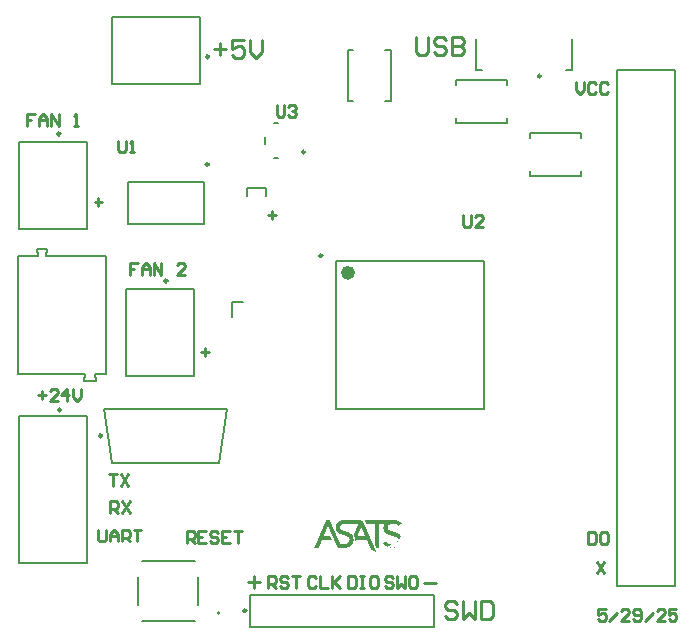
<source format=gbr>
%TF.GenerationSoftware,Altium Limited,Altium Designer,25.5.2 (35)*%
G04 Layer_Color=65535*
%FSLAX45Y45*%
%MOMM*%
%TF.SameCoordinates,B6F2B0AA-6BD2-4F7B-97A5-C3F0DAB7D88F*%
%TF.FilePolarity,Positive*%
%TF.FileFunction,Legend,Top*%
%TF.Part,Single*%
G01*
G75*
%TA.AperFunction,NonConductor*%
%ADD48C,0.60000*%
%ADD49C,0.25000*%
%ADD50C,0.20000*%
%ADD51C,0.12700*%
%ADD52C,0.25400*%
G36*
X9208984Y6475117D02*
X9219141D01*
Y6474102D01*
X9224219D01*
Y6473086D01*
X9228281D01*
Y6472070D01*
X9231328D01*
Y6471055D01*
X9233359D01*
Y6470039D01*
X9236406D01*
Y6469023D01*
X9238437D01*
Y6468008D01*
X9240469D01*
Y6466992D01*
X9242500D01*
Y6465976D01*
X9244531D01*
Y6464961D01*
X9245547D01*
Y6463945D01*
X9247578D01*
Y6462930D01*
X9248594D01*
Y6461914D01*
X9250625D01*
Y6460898D01*
X9251641D01*
Y6459883D01*
X9252656D01*
Y6458867D01*
X9254687D01*
Y6457851D01*
X9255703D01*
Y6456836D01*
X9256719D01*
Y6455820D01*
X9257734D01*
Y6454805D01*
X9258750D01*
Y6453789D01*
X9259766D01*
Y6452773D01*
X9260781D01*
Y6451758D01*
X9261797D01*
Y6450742D01*
X9262813D01*
Y6448711D01*
X9263828D01*
Y6447695D01*
X9264844D01*
Y6446680D01*
X9263828D01*
Y6445664D01*
X9262813D01*
Y6444648D01*
X9260781D01*
Y6443633D01*
X9259766D01*
Y6442617D01*
X9258750D01*
Y6441602D01*
X9257734D01*
Y6440586D01*
X9255703D01*
Y6439570D01*
X9254687D01*
Y6438555D01*
X9253672D01*
Y6437539D01*
X9251641D01*
Y6436523D01*
X9250625D01*
Y6435508D01*
X9249609D01*
Y6434492D01*
X9248594D01*
Y6433477D01*
X9246562D01*
Y6432461D01*
X9245547D01*
Y6431445D01*
X9244531D01*
Y6430430D01*
X9242500D01*
Y6429414D01*
X9241484D01*
Y6428398D01*
X9240469D01*
Y6427383D01*
X9238437D01*
Y6428398D01*
X9237422D01*
Y6429414D01*
X9236406D01*
Y6430430D01*
X9235390D01*
Y6431445D01*
X9234375D01*
Y6432461D01*
X9233359D01*
Y6433477D01*
X9232344D01*
Y6434492D01*
X9231328D01*
Y6435508D01*
X9229297D01*
Y6436523D01*
X9228281D01*
Y6437539D01*
X9226250D01*
Y6438555D01*
X9224219D01*
Y6439570D01*
X9221172D01*
Y6440586D01*
X9218125D01*
Y6441602D01*
X9213047D01*
Y6442617D01*
X9174453D01*
Y6441602D01*
X9169375D01*
Y6440586D01*
X9166328D01*
Y6439570D01*
X9164297D01*
Y6438555D01*
X9162266D01*
Y6437539D01*
X9160234D01*
Y6436523D01*
X9159219D01*
Y6435508D01*
X9158203D01*
Y6434492D01*
X9157187D01*
Y6433477D01*
X9156172D01*
Y6432461D01*
X9155156D01*
Y6431445D01*
X9154141D01*
Y6430430D01*
X9153125D01*
Y6428398D01*
X9152109D01*
Y6427383D01*
X9151094D01*
Y6424336D01*
X9150078D01*
Y6422305D01*
X9149062D01*
Y6418242D01*
X9148047D01*
Y6404024D01*
X9149062D01*
Y6400977D01*
X9150078D01*
Y6398945D01*
X9151094D01*
Y6397930D01*
X9152109D01*
Y6395898D01*
X9153125D01*
Y6394883D01*
X9154141D01*
Y6393867D01*
X9156172D01*
Y6392852D01*
X9157187D01*
Y6391836D01*
X9158203D01*
Y6390820D01*
X9160234D01*
Y6389805D01*
X9162266D01*
Y6388789D01*
X9164297D01*
Y6387773D01*
X9167344D01*
Y6386758D01*
X9170391D01*
Y6385742D01*
X9173438D01*
Y6384727D01*
X9176484D01*
Y6383711D01*
X9179531D01*
Y6382695D01*
X9182578D01*
Y6381680D01*
X9185625D01*
Y6380664D01*
X9188672D01*
Y6379648D01*
X9192734D01*
Y6378633D01*
X9195781D01*
Y6377617D01*
X9198828D01*
Y6376601D01*
X9201875D01*
Y6375586D01*
X9204922D01*
Y6374570D01*
X9207969D01*
Y6373555D01*
X9211016D01*
Y6372539D01*
X9214063D01*
Y6371523D01*
X9217109D01*
Y6370508D01*
X9220156D01*
Y6369492D01*
X9223203D01*
Y6368476D01*
X9225234D01*
Y6367461D01*
X9228281D01*
Y6366445D01*
X9231328D01*
Y6365430D01*
X9233359D01*
Y6364414D01*
X9235390D01*
Y6363398D01*
X9237422D01*
Y6362383D01*
X9239453D01*
Y6361367D01*
X9241484D01*
Y6360352D01*
X9242500D01*
Y6359336D01*
X9244531D01*
Y6358320D01*
X9246562D01*
Y6357305D01*
X9247578D01*
Y6356289D01*
X9248594D01*
Y6355273D01*
X9249609D01*
Y6354258D01*
X9251641D01*
Y6353242D01*
X9252656D01*
Y6352227D01*
X9253672D01*
Y6351211D01*
X9254687D01*
Y6350195D01*
X9255703D01*
Y6348164D01*
X9256719D01*
Y6347148D01*
D01*
D01*
X9257734D01*
Y6346133D01*
X9258750D01*
Y6345117D01*
X9259766D01*
Y6343086D01*
X9260781D01*
Y6342070D01*
X9261797D01*
Y6340039D01*
X9262813D01*
Y6338008D01*
X9263828D01*
Y6335976D01*
X9264844D01*
Y6332930D01*
X9265859D01*
Y6329883D01*
X9266875D01*
Y6326836D01*
X9267891D01*
Y6320742D01*
X9268906D01*
Y6304492D01*
X9267891D01*
Y6298398D01*
X9266875D01*
Y6293320D01*
X9265859D01*
Y6290273D01*
X9264844D01*
Y6287226D01*
X9263828D01*
Y6285195D01*
X9262813D01*
Y6288242D01*
X9263828D01*
Y6291289D01*
X9264844D01*
Y6294336D01*
X9265859D01*
Y6299414D01*
X9266875D01*
Y6305508D01*
X9267891D01*
Y6318711D01*
X9266875D01*
Y6324805D01*
X9265859D01*
Y6328867D01*
X9264844D01*
Y6331914D01*
X9263828D01*
Y6329883D01*
X9261797D01*
Y6330898D01*
X9262813D01*
Y6331914D01*
X9261797D01*
Y6332930D01*
X9260781D01*
Y6333945D01*
X9262813D01*
Y6332930D01*
X9263828D01*
Y6334961D01*
X9262813D01*
Y6336992D01*
X9261797D01*
Y6339023D01*
X9260781D01*
Y6336992D01*
X9261797D01*
Y6334961D01*
X9259766D01*
Y6332930D01*
X9257734D01*
Y6331914D01*
X9254687D01*
Y6330898D01*
X9253672D01*
Y6329883D01*
X9252656D01*
Y6330898D01*
X9251641D01*
Y6329883D01*
X9252656D01*
Y6328867D01*
X9255703D01*
Y6326836D01*
X9256719D01*
Y6325820D01*
X9255703D01*
Y6326836D01*
X9253672D01*
Y6325820D01*
X9252656D01*
Y6326836D01*
X9251641D01*
Y6327851D01*
X9249609D01*
Y6324805D01*
X9248594D01*
Y6323789D01*
X9247578D01*
Y6322773D01*
X9246562D01*
Y6321758D01*
X9243516D01*
Y6316680D01*
X9242500D01*
Y6317695D01*
X9241484D01*
Y6316680D01*
X9242500D01*
Y6314648D01*
X9241484D01*
Y6315664D01*
X9240469D01*
Y6314648D01*
X9239453D01*
Y6315664D01*
X9238437D01*
Y6314648D01*
X9239453D01*
Y6313633D01*
X9238437D01*
Y6314648D01*
X9237422D01*
Y6313633D01*
X9238437D01*
Y6310586D01*
X9237422D01*
Y6308555D01*
X9236406D01*
Y6315664D01*
X9235390D01*
Y6318711D01*
X9234375D01*
Y6315664D01*
X9235390D01*
Y6304492D01*
X9237422D01*
Y6305508D01*
X9236406D01*
Y6307539D01*
X9237422D01*
Y6306523D01*
X9238437D01*
Y6303477D01*
X9236406D01*
Y6301445D01*
X9235390D01*
Y6304492D01*
X9234375D01*
Y6300430D01*
X9233359D01*
Y6297383D01*
X9232344D01*
Y6295351D01*
X9231328D01*
Y6293320D01*
X9230313D01*
Y6292305D01*
X9229297D01*
Y6294336D01*
X9230313D01*
Y6296367D01*
X9231328D01*
Y6298398D01*
X9232344D01*
Y6301445D01*
X9233359D01*
Y6307539D01*
X9234375D01*
Y6313633D01*
X9233359D01*
Y6317695D01*
X9232344D01*
Y6320742D01*
X9231328D01*
Y6322773D01*
X9230313D01*
Y6323789D01*
X9229297D01*
Y6325820D01*
X9228281D01*
Y6326836D01*
X9227266D01*
Y6327851D01*
X9225234D01*
Y6328867D01*
X9224219D01*
Y6329883D01*
X9222188D01*
Y6330898D01*
X9221172D01*
Y6331914D01*
X9218125D01*
Y6332930D01*
X9216094D01*
Y6333945D01*
X9213047D01*
Y6334961D01*
X9210000D01*
Y6335976D01*
X9206953D01*
Y6336992D01*
X9203906D01*
Y6338008D01*
X9200859D01*
Y6339023D01*
X9197812D01*
Y6340039D01*
X9194766D01*
Y6341055D01*
X9191719D01*
Y6342070D01*
X9188672D01*
Y6343086D01*
X9185625D01*
Y6344102D01*
X9182578D01*
Y6345117D01*
X9179531D01*
Y6346133D01*
X9175469D01*
Y6347148D01*
X9172422D01*
Y6348164D01*
X9169375D01*
Y6349180D01*
X9167344D01*
Y6350195D01*
X9164297D01*
Y6351211D01*
X9161250D01*
Y6352227D01*
X9158203D01*
Y6353242D01*
X9156172D01*
Y6354258D01*
X9153125D01*
Y6355273D01*
X9151094D01*
Y6356289D01*
X9148047D01*
Y6357305D01*
X9146015D01*
Y6358320D01*
X9143984D01*
Y6359336D01*
X9141953D01*
Y6360352D01*
X9140938D01*
Y6361367D01*
X9138906D01*
Y6362383D01*
X9136875D01*
Y6363398D01*
X9135859D01*
Y6364414D01*
X9133828D01*
Y6365430D01*
X9132813D01*
Y6366445D01*
X9130781D01*
Y6367461D01*
X9129766D01*
Y6368476D01*
X9128750D01*
Y6369492D01*
X9127734D01*
Y6370508D01*
X9126719D01*
Y6371523D01*
X9125703D01*
Y6372539D01*
X9124687D01*
Y6373555D01*
X9123672D01*
Y6374570D01*
X9122656D01*
Y6375586D01*
X9121641D01*
Y6377617D01*
X9120625D01*
Y6378633D01*
X9119609D01*
Y6380664D01*
X9118594D01*
Y6381680D01*
X9117578D01*
Y6383711D01*
X9116562D01*
Y6385742D01*
X9115547D01*
Y6388789D01*
X9114531D01*
Y6390820D01*
X9113516D01*
Y6394883D01*
X9112500D01*
Y6400977D01*
X9111484D01*
Y6417226D01*
X9112500D01*
Y6423320D01*
X9113516D01*
Y6428398D01*
X9114531D01*
Y6431445D01*
X9115547D01*
Y6434492D01*
X9116562D01*
Y6437539D01*
X9117578D01*
Y6439570D01*
X9118594D01*
Y6441602D01*
X9071875D01*
Y6242539D01*
X9049531D01*
Y6245586D01*
X9048516D01*
Y6247617D01*
X9047500D01*
Y6249648D01*
X9046484D01*
Y6251680D01*
X9045469D01*
Y6253711D01*
X9044453D01*
Y6255742D01*
X9043438D01*
Y6257773D01*
X9042422D01*
Y6260820D01*
X9041406D01*
Y6262852D01*
X9040391D01*
Y6265898D01*
X9039375D01*
Y6269961D01*
X9038359D01*
Y6275039D01*
X9037344D01*
Y6303477D01*
Y6304492D01*
Y6441602D01*
X8967266D01*
Y6443633D01*
X8966250D01*
Y6445664D01*
X8965234D01*
Y6447695D01*
X8964219D01*
Y6449726D01*
X8963203D01*
Y6451758D01*
X8962188D01*
Y6453789D01*
X8961172D01*
Y6455820D01*
X8960156D01*
Y6457851D01*
X8959141D01*
Y6459883D01*
X8958125D01*
Y6462930D01*
X8957109D01*
Y6464961D01*
X8956094D01*
Y6466992D01*
X8955078D01*
Y6469023D01*
X8954063D01*
Y6470039D01*
X8953047D01*
Y6472070D01*
X8952031D01*
Y6474102D01*
X8951016D01*
Y6475117D01*
X8950000D01*
Y6476133D01*
X9208984D01*
Y6475117D01*
D02*
G37*
G36*
X9260781Y6330898D02*
X9258750D01*
Y6331914D01*
X9260781D01*
Y6330898D01*
D02*
G37*
G36*
X9256719Y6329883D02*
X9255703D01*
Y6330898D01*
X9256719D01*
Y6329883D01*
D02*
G37*
G36*
X9264844Y6327851D02*
Y6326836D01*
X9262813D01*
Y6327851D01*
X9263828D01*
Y6328867D01*
X9264844D01*
Y6327851D01*
D02*
G37*
G36*
X9251641Y6325820D02*
Y6324805D01*
Y6322773D01*
X9250625D01*
Y6326836D01*
X9251641D01*
Y6325820D01*
D02*
G37*
G36*
X9265859Y6321758D02*
X9264844D01*
Y6322773D01*
X9265859D01*
Y6321758D01*
D02*
G37*
G36*
X9250625D02*
X9249609D01*
Y6322773D01*
X9250625D01*
Y6321758D01*
D02*
G37*
G36*
X9249609Y6320742D02*
X9248594D01*
Y6321758D01*
X9249609D01*
Y6320742D01*
D02*
G37*
G36*
X9247578Y6319727D02*
X9246562D01*
Y6318711D01*
X9245547D01*
Y6319727D01*
X9244531D01*
Y6320742D01*
X9247578D01*
Y6319727D01*
D02*
G37*
G36*
X9249609Y6317695D02*
X9248594D01*
Y6318711D01*
X9249609D01*
Y6317695D01*
D02*
G37*
G36*
X9247578Y6316680D02*
X9246562D01*
Y6317695D01*
X9247578D01*
Y6316680D01*
D02*
G37*
G36*
X9240469Y6307539D02*
X9239453D01*
Y6308555D01*
X9240469D01*
Y6307539D01*
D02*
G37*
G36*
X9229297Y6290273D02*
X9228281D01*
Y6289258D01*
X9227266D01*
Y6288242D01*
X9226250D01*
Y6290273D01*
X9227266D01*
Y6291289D01*
X9228281D01*
Y6292305D01*
X9229297D01*
Y6290273D01*
D02*
G37*
G36*
X9226250Y6287226D02*
X9225234D01*
Y6288242D01*
X9226250D01*
Y6287226D01*
D02*
G37*
G36*
X9225234Y6286211D02*
X9224219D01*
Y6287226D01*
X9225234D01*
Y6286211D01*
D02*
G37*
G36*
X9262813Y6283164D02*
X9261797D01*
Y6285195D01*
X9262813D01*
Y6283164D01*
D02*
G37*
G36*
X9261797Y6281133D02*
X9260781D01*
Y6283164D01*
X9261797D01*
Y6281133D01*
D02*
G37*
G36*
X9224219Y6285195D02*
X9223203D01*
Y6284180D01*
X9222188D01*
Y6283164D01*
X9221172D01*
Y6282148D01*
X9219141D01*
Y6281133D01*
X9220156D01*
Y6280117D01*
X9219141D01*
Y6281133D01*
X9217109D01*
Y6282148D01*
X9218125D01*
Y6283164D01*
X9220156D01*
Y6284180D01*
X9221172D01*
Y6285195D01*
X9222188D01*
Y6286211D01*
X9224219D01*
Y6285195D01*
D02*
G37*
G36*
X9217109Y6280117D02*
X9215078D01*
Y6281133D01*
X9217109D01*
Y6280117D01*
D02*
G37*
G36*
X9260781Y6279101D02*
X9259766D01*
Y6281133D01*
X9260781D01*
Y6279101D01*
D02*
G37*
G36*
X9215078D02*
X9213047D01*
Y6280117D01*
X9215078D01*
Y6279101D01*
D02*
G37*
G36*
X8915469Y6475117D02*
X8920547D01*
Y6474102D01*
X8923594D01*
Y6473086D01*
X8925625D01*
Y6472070D01*
X8927656D01*
Y6471055D01*
X8928672D01*
Y6470039D01*
X8930703D01*
Y6469023D01*
X8931719D01*
Y6468008D01*
X8932734D01*
Y6466992D01*
X8933750D01*
Y6465976D01*
X8934766D01*
Y6464961D01*
X8935781D01*
Y6463945D01*
X8936797D01*
Y6462930D01*
X8937812D01*
Y6461914D01*
X8938828D01*
Y6460898D01*
X8939844D01*
Y6458867D01*
X8940859D01*
Y6456836D01*
X8941875D01*
Y6454805D01*
X8942891D01*
Y6452773D01*
X8943906D01*
Y6450742D01*
X8944922D01*
Y6447695D01*
X8945937D01*
Y6445664D01*
X8946953D01*
Y6443633D01*
X8947969D01*
Y6441602D01*
X8948984D01*
Y6438555D01*
X8950000D01*
Y6436523D01*
X8951016D01*
Y6434492D01*
X8952031D01*
Y6432461D01*
X8953047D01*
Y6429414D01*
X8954063D01*
Y6427383D01*
X8955078D01*
Y6425351D01*
X8956094D01*
Y6422305D01*
X8957109D01*
Y6420273D01*
X8958125D01*
Y6418242D01*
X8959141D01*
Y6416211D01*
X8960156D01*
Y6413164D01*
X8961172D01*
Y6411133D01*
X8962188D01*
Y6409101D01*
X8963203D01*
Y6407070D01*
X8964219D01*
Y6404024D01*
X8965234D01*
Y6401992D01*
X8966250D01*
Y6399961D01*
X8967266D01*
Y6397930D01*
X8968281D01*
Y6394883D01*
X8969297D01*
Y6392852D01*
X8970313D01*
Y6390820D01*
X8971328D01*
Y6388789D01*
X8972344D01*
Y6385742D01*
X8973359D01*
Y6383711D01*
X8974375D01*
Y6381680D01*
X8975390D01*
Y6379648D01*
X8976406D01*
Y6376601D01*
X8977422D01*
Y6374570D01*
X8978437D01*
Y6372539D01*
X8979453D01*
Y6370508D01*
X8980469D01*
Y6367461D01*
X8981484D01*
Y6365430D01*
X8982500D01*
Y6363398D01*
X8983516D01*
Y6360352D01*
X8984531D01*
Y6358320D01*
X8985547D01*
Y6356289D01*
X8986562D01*
Y6354258D01*
X8987578D01*
Y6352227D01*
X8988594D01*
Y6349180D01*
X8989609D01*
Y6347148D01*
X8990625D01*
Y6345117D01*
X8991641D01*
Y6342070D01*
X8992656D01*
Y6340039D01*
X8993672D01*
Y6338008D01*
X8994687D01*
Y6335976D01*
X8995703D01*
Y6332930D01*
X8996719D01*
Y6330898D01*
X8997734D01*
Y6328867D01*
X8998750D01*
Y6326836D01*
X8999766D01*
Y6323789D01*
X9000781D01*
Y6321758D01*
X9001797D01*
Y6319727D01*
X9002813D01*
Y6317695D01*
X9003828D01*
Y6314648D01*
X9004844D01*
Y6312617D01*
X9005859D01*
Y6310586D01*
X9006875D01*
Y6308555D01*
X9007891D01*
Y6305508D01*
X9008906D01*
Y6303477D01*
X9009922D01*
Y6301445D01*
X9010938D01*
Y6299414D01*
X9011953D01*
Y6296367D01*
X9012969D01*
Y6294336D01*
X9013984D01*
Y6292305D01*
X9015000D01*
Y6289258D01*
X9016015D01*
Y6287226D01*
X9017031D01*
Y6285195D01*
X9018047D01*
Y6283164D01*
X9019062D01*
Y6280117D01*
X9020078D01*
Y6278086D01*
X9021094D01*
Y6276055D01*
X9022109D01*
Y6274024D01*
X9023125D01*
Y6270977D01*
X9024141D01*
Y6268945D01*
X9025156D01*
Y6266914D01*
X9026172D01*
Y6263867D01*
X9027187D01*
Y6261836D01*
X9028203D01*
Y6259805D01*
X9029219D01*
Y6257773D01*
X9030234D01*
Y6254727D01*
X9031250D01*
Y6252695D01*
X9032266D01*
Y6250664D01*
X9033281D01*
Y6248633D01*
X9034297D01*
Y6245586D01*
X9035312D01*
Y6243555D01*
X9036328D01*
Y6241523D01*
X9037344D01*
Y6238476D01*
X9038359D01*
Y6236445D01*
X9039375D01*
Y6234414D01*
X9040391D01*
Y6232383D01*
X9041406D01*
Y6229336D01*
X9042422D01*
Y6227305D01*
X9043438D01*
Y6225273D01*
X9044453D01*
Y6223242D01*
X9045469D01*
Y6220195D01*
X9046484D01*
Y6218164D01*
X9047500D01*
Y6216133D01*
X9048516D01*
Y6214102D01*
X9049531D01*
Y6211055D01*
X9050547D01*
Y6209023D01*
X9051563D01*
Y6206992D01*
X9048516D01*
Y6208008D01*
X9044453D01*
Y6209023D01*
X9041406D01*
Y6210039D01*
X9038359D01*
Y6211055D01*
X9035312D01*
Y6212070D01*
X9033281D01*
Y6213086D01*
X9030234D01*
Y6214102D01*
X9028203D01*
Y6215117D01*
X9026172D01*
Y6216133D01*
X9024141D01*
Y6217148D01*
X9023125D01*
Y6218164D01*
X9021094D01*
Y6219180D01*
X9020078D01*
Y6220195D01*
X9018047D01*
Y6221211D01*
X9017031D01*
Y6222227D01*
X9015000D01*
Y6223242D01*
X9013984D01*
Y6224258D01*
X9012969D01*
Y6225273D01*
X9011953D01*
Y6226289D01*
X9010938D01*
Y6227305D01*
X9009922D01*
Y6228320D01*
X9008906D01*
Y6229336D01*
X9007891D01*
Y6231367D01*
X9006875D01*
Y6232383D01*
X9005859D01*
Y6234414D01*
X9004844D01*
Y6235430D01*
X9003828D01*
Y6237461D01*
X9002813D01*
Y6239492D01*
X9001797D01*
Y6242539D01*
X9000781D01*
Y6244570D01*
X8999766D01*
Y6246601D01*
X8998750D01*
Y6248633D01*
X8997734D01*
Y6251680D01*
X8996719D01*
Y6253711D01*
X8995703D01*
Y6255742D01*
X8994687D01*
Y6257773D01*
X8993672D01*
Y6260820D01*
X8992656D01*
Y6262852D01*
X8991641D01*
Y6264883D01*
X8990625D01*
Y6266914D01*
X8989609D01*
Y6269961D01*
X8988594D01*
Y6271992D01*
X8987578D01*
Y6274024D01*
X8986562D01*
Y6276055D01*
X8985547D01*
Y6278086D01*
X8984531D01*
Y6281133D01*
X8983516D01*
Y6283164D01*
X8982500D01*
Y6285195D01*
X8981484D01*
Y6287226D01*
X8980469D01*
Y6290273D01*
X8979453D01*
Y6292305D01*
X8978437D01*
Y6294336D01*
X8977422D01*
Y6296367D01*
X8976406D01*
Y6299414D01*
X8975390D01*
Y6301445D01*
X8974375D01*
Y6303477D01*
X8973359D01*
Y6305508D01*
X8972344D01*
Y6308555D01*
X8877891D01*
Y6306523D01*
X8876875D01*
Y6305508D01*
X8875859D01*
Y6303477D01*
X8874844D01*
Y6302461D01*
X8873828D01*
Y6300430D01*
X8872813D01*
Y6299414D01*
X8871797D01*
Y6297383D01*
X8870781D01*
Y6296367D01*
X8869766D01*
Y6294336D01*
X8868750D01*
Y6292305D01*
X8867734D01*
Y6297383D01*
X8868750D01*
Y6318711D01*
X8867734D01*
Y6325820D01*
X8866719D01*
Y6329883D01*
X8865703D01*
Y6333945D01*
X8864687D01*
Y6336992D01*
X8863672D01*
Y6340039D01*
X8862656D01*
Y6342070D01*
X8861641D01*
Y6345117D01*
X8860625D01*
Y6347148D01*
X8859609D01*
Y6349180D01*
X8858594D01*
Y6351211D01*
X8859609D01*
Y6354258D01*
X8860625D01*
Y6356289D01*
X8861641D01*
Y6358320D01*
X8862656D01*
Y6361367D01*
X8863672D01*
Y6363398D01*
X8864687D01*
Y6365430D01*
X8865703D01*
Y6368476D01*
X8866719D01*
Y6370508D01*
X8867734D01*
Y6372539D01*
X8868750D01*
Y6375586D01*
X8869766D01*
Y6377617D01*
X8870781D01*
Y6379648D01*
X8871797D01*
Y6382695D01*
X8872813D01*
Y6384727D01*
X8873828D01*
Y6386758D01*
X8874844D01*
Y6389805D01*
X8875859D01*
Y6391836D01*
X8876875D01*
Y6393867D01*
X8877891D01*
Y6396914D01*
X8878906D01*
Y6398945D01*
X8879922D01*
Y6400977D01*
X8880938D01*
Y6404024D01*
X8881953D01*
Y6406055D01*
X8882969D01*
Y6408086D01*
X8883984D01*
Y6411133D01*
X8885000D01*
Y6413164D01*
X8886016D01*
Y6415195D01*
X8887031D01*
Y6418242D01*
X8888047D01*
Y6420273D01*
X8889062D01*
Y6422305D01*
X8890078D01*
Y6425351D01*
X8891094D01*
Y6427383D01*
X8892109D01*
Y6429414D01*
X8893125D01*
Y6432461D01*
X8894141D01*
Y6434492D01*
X8895156D01*
Y6436523D01*
X8896172D01*
Y6440586D01*
X8895156D01*
Y6441602D01*
X8767187D01*
Y6440586D01*
X8762109D01*
Y6439570D01*
X8759062D01*
Y6438555D01*
X8757031D01*
Y6437539D01*
X8755000D01*
Y6436523D01*
X8752969D01*
Y6435508D01*
X8751953D01*
Y6434492D01*
X8750938D01*
Y6433477D01*
X8749922D01*
Y6432461D01*
X8748906D01*
Y6431445D01*
X8747891D01*
Y6430430D01*
X8746875D01*
Y6429414D01*
X8745859D01*
Y6427383D01*
X8744844D01*
Y6425351D01*
X8743828D01*
Y6423320D01*
X8742813D01*
Y6421289D01*
X8741797D01*
Y6417226D01*
X8740781D01*
Y6412148D01*
X8741797D01*
Y6407070D01*
X8742813D01*
Y6405039D01*
X8743828D01*
Y6403008D01*
X8744844D01*
Y6400977D01*
X8745859D01*
Y6399961D01*
X8746875D01*
Y6398945D01*
X8747891D01*
Y6397930D01*
X8748906D01*
Y6396914D01*
X8749922D01*
Y6395898D01*
X8750938D01*
Y6394883D01*
X8752969D01*
Y6393867D01*
X8753984D01*
Y6392852D01*
X8756016D01*
Y6391836D01*
X8759062D01*
Y6390820D01*
X8762109D01*
Y6389805D01*
X8765156D01*
Y6388789D01*
X8768203D01*
Y6387773D01*
X8771250D01*
Y6386758D01*
X8774297D01*
Y6385742D01*
X8777344D01*
Y6384727D01*
X8780391D01*
Y6383711D01*
X8783438D01*
Y6382695D01*
X8786484D01*
Y6381680D01*
X8789531D01*
Y6380664D01*
X8792578D01*
Y6379648D01*
X8795625D01*
Y6378633D01*
X8798672D01*
Y6377617D01*
X8801719D01*
Y6376601D01*
X8803750D01*
Y6375586D01*
X8806797D01*
Y6374570D01*
X8809844D01*
Y6373555D01*
X8811875D01*
Y6372539D01*
X8814922D01*
Y6371523D01*
X8816953D01*
Y6370508D01*
X8820000D01*
Y6369492D01*
X8822031D01*
Y6368476D01*
X8824063D01*
Y6367461D01*
X8826094D01*
Y6366445D01*
X8828125D01*
Y6365430D01*
X8829141D01*
Y6364414D01*
X8831172D01*
Y6363398D01*
X8832188D01*
Y6362383D01*
X8834219D01*
Y6361367D01*
X8835234D01*
Y6360352D01*
X8837266D01*
Y6359336D01*
X8838281D01*
Y6358320D01*
X8839297D01*
Y6357305D01*
X8840313D01*
Y6356289D01*
X8841328D01*
Y6355273D01*
X8842344D01*
Y6354258D01*
X8843359D01*
Y6353242D01*
X8844375D01*
Y6351211D01*
X8845390D01*
Y6350195D01*
X8846406D01*
Y6349180D01*
X8847422D01*
Y6347148D01*
X8848437D01*
Y6346133D01*
X8849453D01*
Y6344102D01*
X8850469D01*
Y6342070D01*
X8851484D01*
Y6340039D01*
X8852500D01*
Y6336992D01*
X8853516D01*
Y6333945D01*
X8854531D01*
Y6330898D01*
X8855547D01*
Y6327851D01*
X8856562D01*
Y6322773D01*
X8857578D01*
Y6315664D01*
X8858594D01*
Y6300430D01*
X8857578D01*
Y6294336D01*
X8856562D01*
Y6290273D01*
X8855547D01*
Y6286211D01*
X8854531D01*
Y6284180D01*
X8853516D01*
Y6281133D01*
X8852500D01*
Y6279101D01*
X8851484D01*
Y6277070D01*
X8850469D01*
Y6276055D01*
X8849453D01*
Y6274024D01*
X8848437D01*
Y6271992D01*
X8847422D01*
Y6270977D01*
X8846406D01*
Y6269961D01*
X8845390D01*
Y6267930D01*
X8844375D01*
Y6266914D01*
X8843359D01*
Y6265898D01*
X8842344D01*
Y6264883D01*
X8841328D01*
Y6263867D01*
X8840313D01*
Y6262852D01*
X8839297D01*
Y6261836D01*
X8838281D01*
Y6260820D01*
X8837266D01*
Y6259805D01*
X8836250D01*
Y6258789D01*
X8835234D01*
Y6257773D01*
X8833203D01*
Y6256758D01*
X8832188D01*
Y6255742D01*
X8830156D01*
Y6254727D01*
X8829141D01*
Y6253711D01*
X8827109D01*
Y6252695D01*
X8825078D01*
Y6251680D01*
X8823047D01*
Y6250664D01*
X8821016D01*
Y6249648D01*
X8818984D01*
Y6248633D01*
X8815937D01*
Y6247617D01*
X8813906D01*
Y6246601D01*
X8809844D01*
Y6245586D01*
X8805781D01*
Y6244570D01*
X8800703D01*
Y6243555D01*
X8793594D01*
Y6242539D01*
X8723516D01*
Y6243555D01*
X8722500D01*
Y6244570D01*
X8721484D01*
Y6245586D01*
X8720469D01*
Y6248633D01*
X8719453D01*
Y6250664D01*
X8718437D01*
Y6252695D01*
X8717422D01*
Y6255742D01*
X8716406D01*
Y6257773D01*
X8715390D01*
Y6259805D01*
X8714375D01*
Y6262852D01*
X8713359D01*
Y6264883D01*
X8712344D01*
Y6266914D01*
X8711328D01*
Y6268945D01*
X8710313D01*
Y6271992D01*
X8709297D01*
Y6274024D01*
X8708281D01*
Y6276055D01*
X8707266D01*
Y6279101D01*
X8706250D01*
Y6281133D01*
X8705234D01*
Y6283164D01*
X8704219D01*
Y6285195D01*
X8703203D01*
Y6288242D01*
X8702188D01*
Y6290273D01*
X8701172D01*
Y6292305D01*
X8700156D01*
Y6295351D01*
X8699141D01*
Y6297383D01*
X8698125D01*
Y6299414D01*
X8697109D01*
Y6302461D01*
X8696094D01*
Y6304492D01*
X8695078D01*
Y6306523D01*
X8694063D01*
Y6308555D01*
X8693047D01*
Y6311602D01*
X8692031D01*
Y6313633D01*
X8691016D01*
Y6315664D01*
X8690000D01*
Y6318711D01*
X8688984D01*
Y6320742D01*
X8687969D01*
Y6322773D01*
X8686953D01*
Y6324805D01*
X8685937D01*
Y6327851D01*
X8684922D01*
Y6329883D01*
X8683906D01*
Y6331914D01*
X8682891D01*
Y6334961D01*
X8681875D01*
Y6336992D01*
X8680859D01*
Y6339023D01*
X8679844D01*
Y6342070D01*
X8678828D01*
Y6344102D01*
X8677812D01*
Y6346133D01*
X8676797D01*
Y6348164D01*
X8675781D01*
Y6351211D01*
X8674766D01*
Y6353242D01*
X8673750D01*
Y6355273D01*
X8672734D01*
Y6358320D01*
X8671719D01*
Y6360352D01*
X8670703D01*
Y6362383D01*
X8669688D01*
Y6365430D01*
X8668672D01*
Y6367461D01*
X8667656D01*
Y6369492D01*
X8666641D01*
Y6372539D01*
X8665625D01*
Y6374570D01*
X8664609D01*
Y6376601D01*
X8663594D01*
Y6379648D01*
X8662578D01*
Y6381680D01*
X8661563D01*
Y6383711D01*
X8660547D01*
Y6385742D01*
X8659531D01*
Y6388789D01*
X8658516D01*
Y6390820D01*
X8657500D01*
Y6392852D01*
X8656484D01*
Y6395898D01*
X8655469D01*
Y6397930D01*
X8654453D01*
Y6399961D01*
X8653438D01*
Y6403008D01*
X8652422D01*
Y6405039D01*
X8651406D01*
Y6407070D01*
X8650391D01*
Y6410117D01*
X8649375D01*
Y6412148D01*
X8648359D01*
Y6414180D01*
X8647344D01*
Y6417226D01*
X8646328D01*
Y6419258D01*
X8645312D01*
Y6421289D01*
X8644297D01*
Y6423320D01*
X8643281D01*
Y6426367D01*
X8641250D01*
Y6424336D01*
X8640234D01*
Y6422305D01*
X8639219D01*
Y6419258D01*
X8638203D01*
Y6417226D01*
X8637187D01*
Y6415195D01*
X8636172D01*
Y6412148D01*
X8635156D01*
Y6410117D01*
X8634141D01*
Y6408086D01*
X8633125D01*
Y6405039D01*
X8632109D01*
Y6403008D01*
X8631094D01*
Y6399961D01*
X8630078D01*
Y6397930D01*
X8629062D01*
Y6395898D01*
X8628047D01*
Y6392852D01*
X8627031D01*
Y6390820D01*
X8626016D01*
Y6388789D01*
X8625000D01*
Y6385742D01*
X8623984D01*
Y6383711D01*
X8622969D01*
Y6381680D01*
X8621953D01*
Y6378633D01*
X8620938D01*
Y6376601D01*
X8619922D01*
Y6373555D01*
X8618906D01*
Y6371523D01*
X8617891D01*
Y6369492D01*
X8616875D01*
Y6366445D01*
X8615859D01*
Y6364414D01*
X8614844D01*
Y6362383D01*
X8613828D01*
Y6359336D01*
X8612813D01*
Y6357305D01*
X8611797D01*
Y6354258D01*
X8610781D01*
Y6352227D01*
X8609766D01*
Y6350195D01*
X8608750D01*
Y6347148D01*
X8607734D01*
Y6345117D01*
X8606719D01*
Y6343086D01*
X8605703D01*
Y6342070D01*
X8658516D01*
Y6341055D01*
X8659531D01*
Y6340039D01*
X8660547D01*
Y6338008D01*
X8661563D01*
Y6335976D01*
X8662578D01*
Y6333945D01*
X8663594D01*
Y6330898D01*
X8664609D01*
Y6328867D01*
X8665625D01*
Y6326836D01*
X8666641D01*
Y6323789D01*
X8667656D01*
Y6321758D01*
X8668672D01*
Y6319727D01*
X8669688D01*
Y6317695D01*
X8670703D01*
Y6314648D01*
X8671719D01*
Y6312617D01*
X8672734D01*
Y6310586D01*
X8673750D01*
Y6308555D01*
X8592500D01*
Y6307539D01*
X8591484D01*
Y6304492D01*
X8590469D01*
Y6302461D01*
X8589453D01*
Y6300430D01*
X8588437D01*
Y6297383D01*
X8587422D01*
Y6295351D01*
X8586406D01*
Y6292305D01*
X8585390D01*
Y6290273D01*
X8584375D01*
Y6287226D01*
X8583359D01*
Y6285195D01*
X8582344D01*
Y6283164D01*
X8581328D01*
Y6280117D01*
X8580313D01*
Y6278086D01*
X8579297D01*
Y6276055D01*
X8578281D01*
Y6273008D01*
X8577266D01*
Y6270977D01*
X8576250D01*
Y6268945D01*
X8575234D01*
Y6265898D01*
X8574219D01*
Y6263867D01*
X8573203D01*
Y6260820D01*
X8572188D01*
Y6258789D01*
X8571172D01*
Y6256758D01*
X8570156D01*
Y6253711D01*
X8569141D01*
Y6251680D01*
X8568125D01*
Y6249648D01*
X8567109D01*
Y6246601D01*
X8566094D01*
Y6244570D01*
X8565078D01*
Y6242539D01*
X8527500D01*
Y6244570D01*
X8528516D01*
Y6246601D01*
X8529531D01*
Y6248633D01*
X8530547D01*
Y6251680D01*
X8531563D01*
Y6253711D01*
X8532578D01*
Y6255742D01*
X8533594D01*
Y6258789D01*
X8534609D01*
Y6260820D01*
X8535625D01*
Y6262852D01*
X8536641D01*
Y6265898D01*
X8537656D01*
Y6267930D01*
X8538672D01*
Y6269961D01*
X8539688D01*
Y6273008D01*
X8540703D01*
Y6275039D01*
X8541719D01*
Y6277070D01*
X8542735D01*
Y6280117D01*
X8543750D01*
Y6282148D01*
X8544766D01*
Y6284180D01*
X8545781D01*
Y6287226D01*
X8546797D01*
Y6289258D01*
X8547812D01*
Y6291289D01*
X8548828D01*
Y6294336D01*
X8549844D01*
Y6296367D01*
X8550859D01*
Y6298398D01*
X8551875D01*
Y6301445D01*
X8552891D01*
Y6303477D01*
X8553906D01*
Y6305508D01*
X8554922D01*
Y6308555D01*
X8555937D01*
Y6310586D01*
X8556953D01*
Y6313633D01*
X8557969D01*
Y6315664D01*
X8558984D01*
Y6317695D01*
X8560000D01*
Y6320742D01*
X8561016D01*
Y6322773D01*
X8562031D01*
Y6324805D01*
X8563047D01*
Y6327851D01*
X8564063D01*
Y6329883D01*
X8565078D01*
Y6331914D01*
X8566094D01*
Y6334961D01*
X8567109D01*
Y6336992D01*
X8568125D01*
Y6339023D01*
X8569141D01*
Y6342070D01*
X8570156D01*
Y6344102D01*
X8571172D01*
Y6346133D01*
X8572188D01*
Y6349180D01*
X8573203D01*
Y6351211D01*
X8574219D01*
Y6353242D01*
X8575234D01*
Y6356289D01*
X8576250D01*
Y6358320D01*
X8577266D01*
Y6360352D01*
X8578281D01*
Y6363398D01*
X8579297D01*
Y6365430D01*
X8580313D01*
Y6367461D01*
X8581328D01*
Y6370508D01*
X8582344D01*
Y6372539D01*
X8583359D01*
Y6375586D01*
X8584375D01*
Y6377617D01*
X8585390D01*
Y6379648D01*
X8586406D01*
Y6382695D01*
X8587422D01*
Y6384727D01*
X8588437D01*
Y6386758D01*
X8589453D01*
Y6389805D01*
X8590469D01*
Y6391836D01*
X8591484D01*
Y6393867D01*
X8592500D01*
Y6396914D01*
X8593516D01*
Y6398945D01*
X8594531D01*
Y6400977D01*
X8595547D01*
Y6404024D01*
X8596562D01*
Y6406055D01*
X8597578D01*
Y6408086D01*
X8598594D01*
Y6411133D01*
X8599609D01*
Y6413164D01*
X8600625D01*
Y6415195D01*
X8601641D01*
Y6418242D01*
X8602656D01*
Y6420273D01*
X8603672D01*
Y6422305D01*
X8604687D01*
Y6425351D01*
X8605703D01*
Y6427383D01*
X8606719D01*
Y6430430D01*
X8607734D01*
Y6432461D01*
X8608750D01*
Y6434492D01*
X8609766D01*
Y6437539D01*
X8610781D01*
Y6439570D01*
X8611797D01*
Y6441602D01*
X8612813D01*
Y6444648D01*
X8613828D01*
Y6446680D01*
X8614844D01*
Y6448711D01*
X8615859D01*
Y6451758D01*
X8616875D01*
Y6453789D01*
X8617891D01*
Y6455820D01*
X8618906D01*
Y6458867D01*
X8619922D01*
Y6460898D01*
X8620938D01*
Y6462930D01*
X8621953D01*
Y6465976D01*
X8622969D01*
Y6468008D01*
X8623984D01*
Y6470039D01*
X8625000D01*
Y6473086D01*
X8626016D01*
Y6475117D01*
X8627031D01*
Y6476133D01*
X8651406D01*
Y6475117D01*
X8653438D01*
Y6474102D01*
X8655469D01*
Y6473086D01*
X8656484D01*
Y6472070D01*
X8657500D01*
Y6470039D01*
X8658516D01*
Y6469023D01*
X8659531D01*
Y6466992D01*
X8660547D01*
Y6464961D01*
X8661563D01*
Y6462930D01*
X8662578D01*
Y6459883D01*
X8663594D01*
Y6457851D01*
X8664609D01*
Y6455820D01*
X8665625D01*
Y6452773D01*
X8666641D01*
Y6450742D01*
X8667656D01*
Y6448711D01*
X8668672D01*
Y6446680D01*
X8669688D01*
Y6443633D01*
X8670703D01*
Y6441602D01*
X8671719D01*
Y6439570D01*
X8672734D01*
Y6437539D01*
X8673750D01*
Y6434492D01*
X8674766D01*
Y6432461D01*
X8675781D01*
Y6430430D01*
X8676797D01*
Y6428398D01*
X8677812D01*
Y6425351D01*
X8678828D01*
Y6423320D01*
X8679844D01*
Y6421289D01*
X8680859D01*
Y6419258D01*
X8681875D01*
Y6416211D01*
X8682891D01*
Y6414180D01*
X8683906D01*
Y6412148D01*
X8684922D01*
Y6409101D01*
X8685937D01*
Y6407070D01*
X8686953D01*
Y6405039D01*
X8687969D01*
Y6403008D01*
X8688984D01*
Y6399961D01*
X8690000D01*
Y6397930D01*
X8691016D01*
Y6395898D01*
X8692031D01*
Y6393867D01*
X8693047D01*
Y6390820D01*
X8694063D01*
Y6388789D01*
X8695078D01*
Y6386758D01*
X8696094D01*
Y6384727D01*
X8697109D01*
Y6381680D01*
X8698125D01*
Y6379648D01*
X8699141D01*
Y6377617D01*
X8700156D01*
Y6375586D01*
X8701172D01*
Y6372539D01*
X8702188D01*
Y6370508D01*
X8703203D01*
Y6368476D01*
X8704219D01*
Y6366445D01*
X8705234D01*
Y6363398D01*
X8706250D01*
Y6361367D01*
X8707266D01*
Y6359336D01*
X8708281D01*
Y6356289D01*
X8709297D01*
Y6354258D01*
X8710313D01*
Y6352227D01*
X8711328D01*
Y6350195D01*
X8712344D01*
Y6347148D01*
X8713359D01*
Y6345117D01*
X8714375D01*
Y6343086D01*
X8715390D01*
Y6341055D01*
X8716406D01*
Y6338008D01*
X8717422D01*
Y6335976D01*
X8718437D01*
Y6333945D01*
X8719453D01*
Y6331914D01*
X8720469D01*
Y6328867D01*
X8721484D01*
Y6326836D01*
X8722500D01*
Y6324805D01*
X8723516D01*
Y6322773D01*
X8724531D01*
Y6319727D01*
X8725547D01*
Y6317695D01*
X8726562D01*
Y6315664D01*
X8727578D01*
Y6312617D01*
X8728594D01*
Y6310586D01*
X8729609D01*
Y6308555D01*
X8730625D01*
Y6306523D01*
X8731641D01*
Y6303477D01*
X8732656D01*
Y6301445D01*
X8733672D01*
Y6299414D01*
X8734687D01*
Y6297383D01*
X8735703D01*
Y6294336D01*
X8736719D01*
Y6292305D01*
X8737734D01*
Y6290273D01*
X8738750D01*
Y6288242D01*
X8739766D01*
Y6285195D01*
X8740781D01*
Y6283164D01*
X8741797D01*
Y6281133D01*
X8742813D01*
Y6278086D01*
X8743828D01*
Y6276055D01*
X8794609D01*
Y6277070D01*
X8799688D01*
Y6278086D01*
X8802734D01*
Y6279101D01*
X8805781D01*
Y6280117D01*
X8807812D01*
Y6281133D01*
X8808828D01*
Y6282148D01*
X8810859D01*
Y6283164D01*
X8811875D01*
Y6284180D01*
X8812891D01*
Y6285195D01*
X8813906D01*
Y6286211D01*
X8814922D01*
Y6287226D01*
X8815937D01*
Y6288242D01*
X8816953D01*
Y6289258D01*
X8817969D01*
Y6291289D01*
X8818984D01*
Y6292305D01*
X8820000D01*
Y6294336D01*
X8821016D01*
Y6297383D01*
X8822031D01*
Y6301445D01*
X8823047D01*
Y6308555D01*
X8824063D01*
Y6312617D01*
X8823047D01*
Y6319727D01*
X8822031D01*
Y6322773D01*
X8821016D01*
Y6324805D01*
X8820000D01*
Y6326836D01*
X8818984D01*
Y6327851D01*
X8817969D01*
Y6329883D01*
X8816953D01*
Y6330898D01*
X8815937D01*
Y6331914D01*
X8814922D01*
Y6332930D01*
X8812891D01*
Y6333945D01*
X8811875D01*
Y6334961D01*
X8809844D01*
Y6335976D01*
X8807812D01*
Y6336992D01*
X8805781D01*
Y6338008D01*
X8803750D01*
Y6339023D01*
X8801719D01*
Y6340039D01*
X8798672D01*
Y6341055D01*
X8795625D01*
Y6342070D01*
X8793594D01*
Y6343086D01*
X8790547D01*
Y6344102D01*
X8787500D01*
Y6345117D01*
X8784453D01*
Y6346133D01*
X8781406D01*
Y6347148D01*
X8778359D01*
Y6348164D01*
X8776328D01*
Y6349180D01*
X8773281D01*
Y6350195D01*
X8770234D01*
Y6351211D01*
X8766172D01*
Y6352227D01*
X8763125D01*
Y6353242D01*
X8761094D01*
Y6354258D01*
X8758047D01*
Y6355273D01*
X8755000D01*
Y6356289D01*
X8751953D01*
Y6357305D01*
X8748906D01*
Y6358320D01*
X8746875D01*
Y6359336D01*
X8743828D01*
Y6360352D01*
X8741797D01*
Y6361367D01*
X8739766D01*
Y6362383D01*
X8737734D01*
Y6363398D01*
X8735703D01*
Y6364414D01*
X8733672D01*
Y6365430D01*
X8731641D01*
Y6366445D01*
X8730625D01*
Y6367461D01*
X8728594D01*
Y6368476D01*
X8727578D01*
Y6369492D01*
X8726562D01*
Y6370508D01*
X8724531D01*
Y6371523D01*
X8723516D01*
Y6372539D01*
X8722500D01*
Y6373555D01*
X8721484D01*
Y6374570D01*
X8720469D01*
Y6375586D01*
X8719453D01*
Y6376601D01*
X8718437D01*
Y6377617D01*
X8717422D01*
Y6378633D01*
X8716406D01*
Y6379648D01*
X8715390D01*
Y6381680D01*
X8714375D01*
Y6382695D01*
X8713359D01*
Y6384727D01*
X8712344D01*
Y6386758D01*
X8711328D01*
Y6388789D01*
X8710313D01*
Y6390820D01*
X8709297D01*
Y6393867D01*
X8708281D01*
Y6397930D01*
X8707266D01*
Y6401992D01*
X8706250D01*
Y6425351D01*
X8707266D01*
Y6429414D01*
X8708281D01*
Y6433477D01*
X8709297D01*
Y6435508D01*
X8710313D01*
Y6438555D01*
X8711328D01*
Y6440586D01*
X8712344D01*
Y6442617D01*
X8713359D01*
Y6444648D01*
X8714375D01*
Y6445664D01*
X8715390D01*
Y6447695D01*
X8716406D01*
Y6448711D01*
X8717422D01*
Y6450742D01*
X8718437D01*
Y6451758D01*
X8719453D01*
Y6452773D01*
X8720469D01*
Y6453789D01*
X8721484D01*
Y6454805D01*
X8722500D01*
Y6455820D01*
X8723516D01*
Y6457851D01*
X8725547D01*
Y6458867D01*
X8726562D01*
Y6459883D01*
X8727578D01*
Y6460898D01*
X8728594D01*
Y6461914D01*
X8729609D01*
Y6462930D01*
X8731641D01*
Y6463945D01*
X8732656D01*
Y6464961D01*
X8734687D01*
Y6465976D01*
X8735703D01*
Y6466992D01*
X8737734D01*
Y6468008D01*
X8739766D01*
Y6469023D01*
X8741797D01*
Y6470039D01*
X8743828D01*
Y6471055D01*
X8745859D01*
Y6472070D01*
X8748906D01*
Y6473086D01*
X8751953D01*
Y6474102D01*
X8756016D01*
Y6475117D01*
X8763125D01*
Y6476133D01*
X8915469D01*
Y6475117D01*
D02*
G37*
G36*
X9259766Y6277070D02*
X9258750D01*
Y6275039D01*
X9257734D01*
Y6274024D01*
X9256719D01*
Y6276055D01*
X9257734D01*
Y6278086D01*
X9258750D01*
Y6279101D01*
X9259766D01*
Y6277070D01*
D02*
G37*
G36*
X9210000Y6274024D02*
X9208984D01*
Y6275039D01*
X9210000D01*
Y6274024D01*
D02*
G37*
G36*
X9256719Y6273008D02*
X9255703D01*
Y6274024D01*
X9256719D01*
Y6273008D01*
D02*
G37*
G36*
X9131797Y6294336D02*
X9133828D01*
Y6293320D01*
X9134844D01*
Y6292305D01*
X9135859D01*
Y6291289D01*
X9136875D01*
Y6290273D01*
X9138906D01*
Y6289258D01*
X9139922D01*
Y6288242D01*
X9140938D01*
Y6287226D01*
X9142969D01*
Y6286211D01*
X9143984D01*
Y6285195D01*
X9146015D01*
Y6284180D01*
X9148047D01*
Y6283164D01*
X9150078D01*
Y6282148D01*
X9152109D01*
Y6281133D01*
X9154141D01*
Y6280117D01*
X9157187D01*
Y6279101D01*
X9160234D01*
Y6278086D01*
X9163281D01*
Y6277070D01*
X9167344D01*
Y6276055D01*
X9172422D01*
Y6275039D01*
X9197812D01*
Y6276055D01*
X9203906D01*
Y6277070D01*
X9206953D01*
Y6278086D01*
X9210000D01*
Y6279101D01*
X9213047D01*
Y6278086D01*
X9211016D01*
Y6277070D01*
X9207969D01*
Y6276055D01*
X9204922D01*
Y6275039D01*
X9199844D01*
Y6274024D01*
X9191719D01*
Y6273008D01*
X9177500D01*
Y6274024D01*
X9170391D01*
Y6275039D01*
X9165312D01*
Y6276055D01*
X9162266D01*
Y6275039D01*
X9165312D01*
Y6274024D01*
X9170391D01*
Y6273008D01*
X9177500D01*
Y6271992D01*
X9176484D01*
Y6269961D01*
X9175469D01*
Y6268945D01*
X9176484D01*
Y6267930D01*
X9177500D01*
Y6265898D01*
X9175469D01*
Y6266914D01*
X9174453D01*
Y6269961D01*
X9173438D01*
Y6270977D01*
X9175469D01*
Y6271992D01*
X9172422D01*
Y6268945D01*
X9173438D01*
Y6267930D01*
X9171406D01*
Y6266914D01*
X9174453D01*
Y6265898D01*
X9173438D01*
Y6264883D01*
X9172422D01*
Y6265898D01*
X9171406D01*
Y6264883D01*
X9170391D01*
Y6265898D01*
X9169375D01*
Y6263867D01*
X9168359D01*
Y6262852D01*
X9167344D01*
Y6263867D01*
X9166328D01*
Y6261836D01*
X9165312D01*
Y6263867D01*
X9164297D01*
Y6264883D01*
X9163281D01*
Y6263867D01*
X9164297D01*
Y6261836D01*
X9163281D01*
Y6262852D01*
X9161250D01*
Y6261836D01*
X9163281D01*
Y6260820D01*
X9162266D01*
Y6259805D01*
X9163281D01*
Y6258789D01*
X9161250D01*
Y6259805D01*
X9160234D01*
Y6256758D01*
X9159219D01*
Y6257773D01*
X9158203D01*
Y6256758D01*
X9156172D01*
Y6257773D01*
X9155156D01*
Y6255742D01*
X9156172D01*
Y6254727D01*
X9155156D01*
Y6253711D01*
X9154141D01*
Y6254727D01*
X9153125D01*
Y6253711D01*
X9154141D01*
Y6252695D01*
X9153125D01*
Y6253711D01*
X9151094D01*
Y6254727D01*
X9150078D01*
Y6253711D01*
X9151094D01*
Y6251680D01*
X9152109D01*
Y6249648D01*
X9153125D01*
Y6248633D01*
X9152109D01*
Y6249648D01*
X9150078D01*
Y6251680D01*
X9148047D01*
Y6252695D01*
X9146015D01*
Y6251680D01*
X9147031D01*
Y6250664D01*
X9146015D01*
Y6251680D01*
X9145000D01*
Y6252695D01*
X9140938D01*
Y6251680D01*
X9142969D01*
Y6250664D01*
X9146015D01*
Y6249648D01*
X9149062D01*
Y6248633D01*
X9152109D01*
Y6247617D01*
X9156172D01*
Y6246601D01*
X9160234D01*
Y6245586D01*
X9165312D01*
Y6244570D01*
X9174453D01*
Y6243555D01*
X9196797D01*
Y6244570D01*
X9204922D01*
Y6245586D01*
X9211016D01*
Y6244570D01*
X9205937D01*
Y6243555D01*
X9198828D01*
Y6242539D01*
X9172422D01*
Y6243555D01*
X9164297D01*
Y6244570D01*
X9159219D01*
Y6245586D01*
X9154141D01*
Y6246601D01*
X9151094D01*
Y6247617D01*
X9147031D01*
Y6248633D01*
X9145000D01*
Y6249648D01*
X9141953D01*
Y6250664D01*
X9139922D01*
Y6251680D01*
X9136875D01*
Y6252695D01*
X9134844D01*
Y6253711D01*
X9133828D01*
Y6254727D01*
X9131797D01*
Y6255742D01*
X9129766D01*
Y6256758D01*
X9127734D01*
Y6257773D01*
X9126719D01*
Y6258789D01*
X9124687D01*
Y6259805D01*
X9123672D01*
Y6260820D01*
X9121641D01*
Y6261836D01*
X9120625D01*
Y6262852D01*
X9119609D01*
Y6263867D01*
X9118594D01*
Y6264883D01*
X9116562D01*
Y6265898D01*
X9115547D01*
Y6266914D01*
X9114531D01*
Y6267930D01*
X9113516D01*
Y6268945D01*
X9112500D01*
Y6269961D01*
X9111484D01*
Y6270977D01*
X9110469D01*
Y6271992D01*
X9109453D01*
Y6273008D01*
X9108437D01*
Y6275039D01*
X9107422D01*
Y6276055D01*
X9108437D01*
Y6277070D01*
X9109453D01*
Y6278086D01*
X9110469D01*
Y6279101D01*
X9111484D01*
Y6280117D01*
X9112500D01*
Y6281133D01*
X9113516D01*
Y6282148D01*
X9115547D01*
Y6283164D01*
X9116562D01*
Y6284180D01*
X9117578D01*
Y6285195D01*
X9118594D01*
Y6286211D01*
X9119609D01*
Y6287226D01*
X9120625D01*
Y6288242D01*
X9122656D01*
Y6289258D01*
X9123672D01*
Y6290273D01*
X9124687D01*
Y6291289D01*
X9125703D01*
Y6292305D01*
X9126719D01*
Y6293320D01*
X9128750D01*
Y6294336D01*
X9129766D01*
Y6295351D01*
X9130781D01*
Y6296367D01*
X9131797D01*
Y6294336D01*
D02*
G37*
G36*
X9180547Y6270977D02*
X9179531D01*
Y6271992D01*
X9180547D01*
Y6270977D01*
D02*
G37*
G36*
X9255703D02*
X9254687D01*
Y6269961D01*
X9253672D01*
Y6271992D01*
X9254687D01*
Y6273008D01*
X9255703D01*
Y6270977D01*
D02*
G37*
G36*
X9253672Y6268945D02*
X9252656D01*
Y6269961D01*
X9253672D01*
Y6268945D01*
D02*
G37*
G36*
X9182578D02*
X9181563D01*
Y6269961D01*
X9182578D01*
Y6268945D01*
D02*
G37*
G36*
X9252656Y6267930D02*
X9251641D01*
Y6268945D01*
X9252656D01*
Y6267930D01*
D02*
G37*
G36*
X9180547D02*
X9179531D01*
Y6268945D01*
X9180547D01*
Y6267930D01*
D02*
G37*
G36*
X9178516D02*
X9177500D01*
Y6268945D01*
X9178516D01*
Y6267930D01*
D02*
G37*
G36*
X9251641Y6266914D02*
X9250625D01*
Y6267930D01*
X9251641D01*
Y6266914D01*
D02*
G37*
G36*
X9250625Y6265898D02*
X9249609D01*
Y6266914D01*
X9250625D01*
Y6265898D01*
D02*
G37*
G36*
X9180547D02*
X9179531D01*
Y6266914D01*
X9180547D01*
Y6265898D01*
D02*
G37*
G36*
X9249609Y6263867D02*
X9248594D01*
Y6262852D01*
X9246562D01*
Y6263867D01*
X9247578D01*
Y6264883D01*
X9248594D01*
Y6265898D01*
X9249609D01*
Y6263867D01*
D02*
G37*
G36*
X9171406Y6262852D02*
X9170391D01*
Y6263867D01*
X9171406D01*
Y6262852D01*
D02*
G37*
G36*
X9246562Y6261836D02*
X9245547D01*
Y6262852D01*
X9246562D01*
Y6261836D01*
D02*
G37*
G36*
X9245547Y6260820D02*
X9244531D01*
Y6261836D01*
X9245547D01*
Y6260820D01*
D02*
G37*
G36*
X9244531Y6259805D02*
X9243516D01*
Y6258789D01*
X9241484D01*
Y6259805D01*
X9242500D01*
Y6260820D01*
X9244531D01*
Y6259805D01*
D02*
G37*
G36*
X9166328Y6258789D02*
X9165312D01*
Y6259805D01*
X9166328D01*
Y6258789D01*
D02*
G37*
G36*
X9241484Y6257773D02*
X9240469D01*
Y6258789D01*
X9241484D01*
Y6257773D01*
D02*
G37*
G36*
X9240469Y6256758D02*
X9238437D01*
Y6257773D01*
X9240469D01*
Y6256758D01*
D02*
G37*
G36*
X9238437Y6255742D02*
X9237422D01*
Y6256758D01*
X9238437D01*
Y6255742D01*
D02*
G37*
G36*
X9237422Y6254727D02*
X9235390D01*
Y6255742D01*
X9237422D01*
Y6254727D01*
D02*
G37*
G36*
X9235390Y6253711D02*
X9234375D01*
Y6252695D01*
X9232344D01*
Y6251680D01*
X9230313D01*
Y6250664D01*
X9227266D01*
Y6251680D01*
X9229297D01*
Y6252695D01*
X9231328D01*
Y6253711D01*
X9233359D01*
Y6254727D01*
X9235390D01*
Y6253711D01*
D02*
G37*
G36*
X9227266Y6249648D02*
X9225234D01*
Y6250664D01*
X9227266D01*
Y6249648D01*
D02*
G37*
G36*
X9225234Y6248633D02*
X9222188D01*
Y6249648D01*
X9225234D01*
Y6248633D01*
D02*
G37*
G36*
X9161250D02*
X9160234D01*
Y6249648D01*
X9161250D01*
Y6248633D01*
D02*
G37*
G36*
X9155156D02*
X9154141D01*
Y6249648D01*
X9155156D01*
Y6248633D01*
D02*
G37*
G36*
X9222188Y6247617D02*
X9219141D01*
Y6248633D01*
X9222188D01*
Y6247617D01*
D02*
G37*
G36*
X9219141Y6246601D02*
X9216094D01*
Y6247617D01*
X9219141D01*
Y6246601D01*
D02*
G37*
G36*
X9163281D02*
X9162266D01*
Y6247617D01*
X9163281D01*
Y6246601D01*
D02*
G37*
G36*
X9216094Y6245586D02*
X9211016D01*
Y6246601D01*
X9216094D01*
Y6245586D01*
D02*
G37*
G36*
X9166328D02*
X9165312D01*
Y6246601D01*
X9166328D01*
Y6245586D01*
D02*
G37*
%LPC*%
G36*
X9245547Y6357305D02*
X9244531D01*
Y6356289D01*
X9245547D01*
Y6357305D01*
D02*
G37*
G36*
X9254687Y6349180D02*
X9253672D01*
Y6348164D01*
X9254687D01*
Y6349180D01*
D02*
G37*
G36*
X9256719Y6347148D02*
X9255703D01*
Y6345117D01*
X9256719D01*
Y6344102D01*
X9257734D01*
Y6342070D01*
X9258750D01*
Y6341055D01*
X9259766D01*
Y6342070D01*
X9258750D01*
Y6344102D01*
X9257734D01*
Y6345117D01*
X9256719D01*
Y6347148D01*
D01*
D01*
D02*
G37*
G36*
X9197812Y6342070D02*
X9196797D01*
Y6341055D01*
X9197812D01*
Y6342070D01*
D02*
G37*
G36*
X9251641Y6336992D02*
X9250625D01*
Y6335976D01*
X9251641D01*
Y6336992D01*
D02*
G37*
G36*
X9216094Y6335976D02*
X9215078D01*
Y6334961D01*
X9216094D01*
Y6335976D01*
D02*
G37*
G36*
X9218125Y6334961D02*
X9217109D01*
Y6333945D01*
X9218125D01*
Y6334961D01*
D02*
G37*
G36*
X9255703Y6333945D02*
X9254687D01*
Y6332930D01*
X9255703D01*
Y6333945D01*
D02*
G37*
G36*
X9253672Y6332930D02*
X9252656D01*
Y6331914D01*
X9253672D01*
Y6332930D01*
D02*
G37*
G36*
X9223203D02*
X9222188D01*
Y6331914D01*
X9223203D01*
Y6332930D01*
D02*
G37*
G36*
X9248594Y6330898D02*
X9247578D01*
Y6329883D01*
X9248594D01*
Y6330898D01*
D02*
G37*
G36*
X9226250D02*
X9225234D01*
Y6329883D01*
X9226250D01*
Y6330898D01*
D02*
G37*
G36*
X9251641Y6329883D02*
X9249609D01*
Y6328867D01*
X9251641D01*
Y6327851D01*
X9252656D01*
Y6328867D01*
X9251641D01*
Y6329883D01*
D02*
G37*
G36*
X9245547Y6327851D02*
X9244531D01*
Y6326836D01*
X9245547D01*
Y6327851D01*
D02*
G37*
G36*
X9230313Y6326836D02*
X9229297D01*
Y6325820D01*
X9230313D01*
Y6326836D01*
D02*
G37*
G36*
X9245547Y6324805D02*
X9244531D01*
Y6323789D01*
X9245547D01*
Y6324805D01*
D02*
G37*
G36*
X9240469Y6322773D02*
X9239453D01*
Y6321758D01*
X9240469D01*
Y6322773D01*
D02*
G37*
G36*
X9233359D02*
X9232344D01*
Y6321758D01*
X9233359D01*
Y6322773D01*
D02*
G37*
G36*
X9234375Y6320742D02*
X9233359D01*
Y6319727D01*
X9234375D01*
Y6320742D01*
D02*
G37*
G36*
X8923594Y6417226D02*
X8922578D01*
Y6415195D01*
X8921563D01*
Y6413164D01*
X8920547D01*
Y6411133D01*
X8919531D01*
Y6408086D01*
X8918516D01*
Y6406055D01*
X8917500D01*
Y6404023D01*
X8916484D01*
Y6400977D01*
X8915469D01*
Y6398945D01*
X8914453D01*
Y6395898D01*
X8913438D01*
Y6393867D01*
X8912422D01*
Y6391836D01*
X8911406D01*
Y6388789D01*
X8910391D01*
Y6386758D01*
X8909375D01*
Y6383711D01*
X8908359D01*
Y6381680D01*
X8907344D01*
Y6378633D01*
X8906328D01*
Y6376601D01*
X8905312D01*
Y6374570D01*
X8904297D01*
Y6371523D01*
X8903281D01*
Y6369492D01*
X8902266D01*
Y6366445D01*
X8901250D01*
Y6364414D01*
X8900234D01*
Y6362383D01*
X8899219D01*
Y6359336D01*
X8898203D01*
Y6357305D01*
X8897187D01*
Y6354258D01*
X8896172D01*
Y6352227D01*
X8895156D01*
Y6350195D01*
X8894141D01*
Y6347148D01*
X8893125D01*
Y6345117D01*
X8892109D01*
Y6343086D01*
X8891094D01*
Y6342070D01*
X8957109D01*
Y6343086D01*
X8956094D01*
Y6345117D01*
X8955078D01*
Y6347148D01*
X8954062D01*
Y6349180D01*
X8953047D01*
Y6351211D01*
X8952031D01*
Y6354258D01*
X8951016D01*
Y6356289D01*
X8950000D01*
Y6358320D01*
X8948984D01*
Y6361367D01*
X8947969D01*
Y6363398D01*
X8946953D01*
Y6365430D01*
X8945937D01*
Y6367461D01*
X8944922D01*
Y6370508D01*
X8943906D01*
Y6372539D01*
X8942891D01*
Y6374570D01*
X8941875D01*
Y6376601D01*
X8940859D01*
Y6379648D01*
X8939844D01*
Y6381680D01*
X8938828D01*
Y6383711D01*
X8937812D01*
Y6385742D01*
Y6386758D01*
X8936797D01*
Y6388789D01*
X8935781D01*
Y6390820D01*
X8934766D01*
Y6392852D01*
X8933750D01*
Y6395898D01*
X8932734D01*
Y6397930D01*
X8931719D01*
Y6399961D01*
X8930703D01*
Y6401992D01*
X8929688D01*
Y6405039D01*
X8928672D01*
Y6407070D01*
X8927656D01*
Y6409101D01*
X8926641D01*
Y6411133D01*
X8925625D01*
Y6414180D01*
X8924609D01*
Y6416211D01*
X8923594D01*
Y6417226D01*
D02*
G37*
G36*
X9153125Y6280117D02*
X9152109D01*
Y6279101D01*
X9153125D01*
Y6280117D01*
D02*
G37*
G36*
X9155156Y6279101D02*
X9154141D01*
Y6278086D01*
X9155156D01*
Y6279101D01*
D02*
G37*
G36*
X9157187Y6278086D02*
X9156172D01*
Y6277070D01*
X9157187D01*
Y6278086D01*
D02*
G37*
G36*
X9161250Y6277070D02*
X9159219D01*
Y6276055D01*
X9161250D01*
Y6277070D01*
D02*
G37*
G36*
X9168359Y6265898D02*
X9167344D01*
Y6264883D01*
X9168359D01*
Y6265898D01*
D02*
G37*
G36*
X9162266Y6264883D02*
X9161250D01*
Y6263867D01*
X9162266D01*
Y6264883D01*
D02*
G37*
G36*
X9158203D02*
X9157187D01*
Y6263867D01*
X9158203D01*
Y6264883D01*
D02*
G37*
G36*
X9150078Y6256758D02*
X9149062D01*
Y6255742D01*
X9150078D01*
Y6256758D01*
D02*
G37*
G36*
X9126719Y6260820D02*
X9125703D01*
Y6259805D01*
X9126719D01*
Y6258789D01*
X9128750D01*
Y6257773D01*
X9130781D01*
Y6256758D01*
X9131797D01*
Y6255742D01*
X9133828D01*
Y6254727D01*
X9134844D01*
Y6255742D01*
X9133828D01*
Y6256758D01*
X9131797D01*
Y6257773D01*
X9130781D01*
Y6258789D01*
X9128750D01*
Y6259805D01*
X9126719D01*
Y6260820D01*
D02*
G37*
G36*
X9137891Y6254727D02*
X9135859D01*
Y6253711D01*
X9136875D01*
X9137891Y6252695D01*
X9139922D01*
Y6253711D01*
X9137891D01*
Y6254727D01*
D02*
G37*
%LPD*%
D48*
X8841100Y8571100D02*
G03*
X8841100Y8571100I-30000J0D01*
G01*
D49*
X8593600Y8716100D02*
G03*
X8593600Y8716100I-12500J0D01*
G01*
X7632500Y9489500D02*
G03*
X7632500Y9489500I-12500J0D01*
G01*
X7282500Y8502500D02*
G03*
X7282500Y8502500I-12500J0D01*
G01*
X6382500Y7410000D02*
G03*
X6382500Y7410000I-12500J0D01*
G01*
X7635000Y10400000D02*
G03*
X7635000Y10400000I-12500J0D01*
G01*
X6375000Y9747500D02*
G03*
X6375000Y9747500I-12500J0D01*
G01*
X6728500Y7190500D02*
G03*
X6728500Y7190500I-12500J0D01*
G01*
X8447500Y9592500D02*
G03*
X8447500Y9592500I-12500J0D01*
G01*
X7949500Y5710000D02*
G03*
X7949500Y5710000I-12500J0D01*
G01*
X10445000Y10235000D02*
G03*
X10445000Y10235000I-12500J0D01*
G01*
D50*
X7725000Y5690000D02*
G03*
X7725000Y5690000I-10000J0D01*
G01*
X8711100Y7421100D02*
X9961100D01*
X8711100Y8671100D02*
X9961100D01*
Y7421100D02*
Y8671100D01*
X8711100Y7421100D02*
Y8671100D01*
X11580500Y5921500D02*
Y10290500D01*
X11085500D02*
X11580500D01*
X11085500Y5921500D02*
Y10290500D01*
Y5921500D02*
X11580500D01*
X7595250Y8984750D02*
Y9335250D01*
X6944750Y8984750D02*
X7595250D01*
X6944750D02*
Y9335250D01*
X7595250D01*
X7505000Y7695000D02*
Y8435000D01*
X6930000Y7695000D02*
X7505000D01*
X6930000D02*
Y8435000D01*
X7505000D01*
X6030000Y6115000D02*
Y7355000D01*
X6605000D01*
Y6115000D02*
Y7355000D01*
X6030000Y6115000D02*
X6605000D01*
X7555000Y10165000D02*
Y10740000D01*
X6815000D02*
X7555000D01*
X6815000Y10165000D02*
Y10740000D01*
Y10165000D02*
X7555000D01*
X6022500Y9680000D02*
X6597500D01*
X6022500Y8940000D02*
Y9680000D01*
Y8940000D02*
X6597500D01*
Y9680000D01*
X7830715Y8200000D02*
Y8323073D01*
X7920000D01*
X6014991Y7709981D02*
X6014993Y8709987D01*
X6177493Y8769987D02*
X6262493D01*
X6254993Y8709987D02*
X6262493Y8769987D01*
X6177493D02*
X6184993Y8709987D01*
X6014993D02*
X6184993D01*
X6764991Y7709981D02*
Y8709987D01*
X6254993D02*
X6764991D01*
X6579991Y7649981D02*
X6674991D01*
X6669991Y7709981D02*
X6674991Y7649981D01*
X6579991D02*
X6584991Y7709981D01*
X6669991D02*
X6764991D01*
X6014991D02*
X6584991D01*
X6816000Y6963000D02*
X7716000D01*
X7786000Y7418000D01*
X6746000D02*
X6816000Y6963000D01*
X6746000Y7418000D02*
X7786000D01*
X8182500Y9840000D02*
X8217500D01*
X8112500Y9662500D02*
Y9717500D01*
X8182500Y9540000D02*
X8217500D01*
X7960000Y9290000D02*
X8120000D01*
X7960000Y9220000D02*
Y9290000D01*
X8120000Y9220000D02*
Y9290000D01*
X7982000Y5575500D02*
X9536000D01*
X7982000D02*
Y5844500D01*
X9536000D01*
Y5575500D02*
Y5844500D01*
X10704500Y10285000D02*
Y10552500D01*
X9895500Y10285000D02*
Y10552500D01*
Y10285000D02*
X9942500D01*
X10657500D02*
X10704500D01*
D51*
X7035000Y5759500D02*
Y5995500D01*
X7545000Y5759500D02*
Y5995500D01*
X7065000Y5622500D02*
X7515000D01*
X7065000Y6132500D02*
X7515000D01*
X9171250Y10023750D02*
Y10456250D01*
X8808750Y10023750D02*
Y10456250D01*
Y10023750D02*
X8852000D01*
X9128000D02*
X9171250D01*
X8808750Y10456250D02*
X8852000D01*
X9128000D02*
X9171250D01*
X9723750Y10201250D02*
X10156250D01*
X9723750Y9838750D02*
X10156250D01*
Y9882000D01*
Y10158000D02*
Y10201250D01*
X9723750Y9838750D02*
Y9882000D01*
Y10158000D02*
Y10201250D01*
X10786250Y9388750D02*
Y9432000D01*
Y9708000D02*
Y9751250D01*
X10353750Y9388750D02*
Y9432000D01*
Y9708000D02*
Y9751250D01*
X10786250D01*
X10353750Y9388750D02*
X10786250D01*
D52*
X6695400Y6395368D02*
Y6312061D01*
X6712062Y6295400D01*
X6745384D01*
X6762045Y6312061D01*
Y6395368D01*
X6795368Y6295400D02*
Y6362045D01*
X6828690Y6395368D01*
X6862013Y6362045D01*
Y6295400D01*
Y6345384D01*
X6795368D01*
X6895336Y6295400D02*
Y6395368D01*
X6945320D01*
X6961981Y6378706D01*
Y6345384D01*
X6945320Y6328722D01*
X6895336D01*
X6928658D02*
X6961981Y6295400D01*
X6995304Y6395368D02*
X7061949D01*
X7028626D01*
Y6295400D01*
X8135400Y9058723D02*
X8202045D01*
X8168723Y9092045D02*
Y9025400D01*
X9786694Y9059984D02*
Y8976677D01*
X9803355Y8960016D01*
X9836678D01*
X9853339Y8976677D01*
Y9059984D01*
X9953306Y8960016D02*
X9886661D01*
X9953306Y9026661D01*
Y9043323D01*
X9936645Y9059984D01*
X9903323D01*
X9886661Y9043323D01*
X7965400Y5956183D02*
X8066967D01*
X8016184Y6006967D02*
Y5905400D01*
X8135400D02*
Y6005368D01*
X8185384D01*
X8202045Y5988706D01*
Y5955384D01*
X8185384Y5938722D01*
X8135400D01*
X8168723D02*
X8202045Y5905400D01*
X8302013Y5988706D02*
X8285352Y6005368D01*
X8252029D01*
X8235368Y5988706D01*
Y5972045D01*
X8252029Y5955384D01*
X8285352D01*
X8302013Y5938722D01*
Y5922061D01*
X8285352Y5905400D01*
X8252029D01*
X8235368Y5922061D01*
X8335336Y6005368D02*
X8401981D01*
X8368658D01*
Y5905400D01*
X8542045Y5988706D02*
X8525384Y6005368D01*
X8492062D01*
X8475400Y5988706D01*
Y5922061D01*
X8492062Y5905400D01*
X8525384D01*
X8542045Y5922061D01*
X8575368Y6005368D02*
Y5905400D01*
X8642013D01*
X8675336Y6005368D02*
Y5905400D01*
Y5938722D01*
X8741981Y6005368D01*
X8691997Y5955384D01*
X8741981Y5905400D01*
X8815400Y6005368D02*
Y5905400D01*
X8865384D01*
X8882045Y5922061D01*
Y5988706D01*
X8865384Y6005368D01*
X8815400D01*
X8915368D02*
X8948690D01*
X8932029D01*
Y5905400D01*
X8915368D01*
X8948690D01*
X9048658Y6005368D02*
X9015336D01*
X8998674Y5988706D01*
Y5922061D01*
X9015336Y5905400D01*
X9048658D01*
X9065319Y5922061D01*
Y5988706D01*
X9048658Y6005368D01*
X9192045Y5988706D02*
X9175384Y6005368D01*
X9142061D01*
X9125400Y5988706D01*
Y5972045D01*
X9142061Y5955384D01*
X9175384D01*
X9192045Y5938722D01*
Y5922061D01*
X9175384Y5905400D01*
X9142061D01*
X9125400Y5922061D01*
X9225368Y6005368D02*
Y5905400D01*
X9258690Y5938722D01*
X9292013Y5905400D01*
Y6005368D01*
X9375319D02*
X9341997D01*
X9325335Y5988706D01*
Y5922061D01*
X9341997Y5905400D01*
X9375319D01*
X9391980Y5922061D01*
Y5988706D01*
X9375319Y6005368D01*
X9455400Y5945400D02*
X9556967D01*
X9736967Y5762359D02*
X9711575Y5787751D01*
X9660792D01*
X9635400Y5762359D01*
Y5736967D01*
X9660792Y5711575D01*
X9711575D01*
X9736967Y5686183D01*
Y5660792D01*
X9711575Y5635400D01*
X9660792D01*
X9635400Y5660792D01*
X9787751Y5787751D02*
Y5635400D01*
X9838534Y5686183D01*
X9889318Y5635400D01*
Y5787751D01*
X9940102D02*
Y5635400D01*
X10016277D01*
X10041669Y5660792D01*
Y5762359D01*
X10016277Y5787751D01*
X9940102D01*
X10992045Y5725368D02*
X10925400D01*
Y5675384D01*
X10958723Y5692045D01*
X10975384D01*
X10992045Y5675384D01*
Y5642061D01*
X10975384Y5625400D01*
X10942061D01*
X10925400Y5642061D01*
X11025368Y5625400D02*
X11092013Y5692045D01*
X11191981Y5625400D02*
X11125336D01*
X11191981Y5692045D01*
Y5708706D01*
X11175320Y5725368D01*
X11141997D01*
X11125336Y5708706D01*
X11225303Y5642061D02*
X11241965Y5625400D01*
X11275287D01*
X11291948Y5642061D01*
Y5708706D01*
X11275287Y5725368D01*
X11241965D01*
X11225303Y5708706D01*
Y5692045D01*
X11241965Y5675384D01*
X11291948D01*
X11325271Y5625400D02*
X11391916Y5692045D01*
X11491884Y5625400D02*
X11425239D01*
X11491884Y5692045D01*
Y5708706D01*
X11475223Y5725368D01*
X11441900D01*
X11425239Y5708706D01*
X11591852Y5725368D02*
X11525207D01*
Y5675384D01*
X11558529Y5692045D01*
X11575191D01*
X11591852Y5675384D01*
Y5642061D01*
X11575191Y5625400D01*
X11541868D01*
X11525207Y5642061D01*
X6185400Y7535384D02*
X6252045D01*
X6218723Y7568706D02*
Y7502061D01*
X6352013Y7485400D02*
X6285368D01*
X6352013Y7552045D01*
Y7568706D01*
X6335352Y7585368D01*
X6302029D01*
X6285368Y7568706D01*
X6435320Y7485400D02*
Y7585368D01*
X6385336Y7535384D01*
X6451981D01*
X6485304Y7585368D02*
Y7518723D01*
X6518626Y7485400D01*
X6551949Y7518723D01*
Y7585368D01*
X6665400Y9168723D02*
X6732045D01*
X6698722Y9202045D02*
Y9135400D01*
X7565400Y7898723D02*
X7632045D01*
X7598722Y7932045D02*
Y7865400D01*
X7032045Y8655368D02*
X6965400D01*
Y8605384D01*
X6998723D01*
X6965400D01*
Y8555400D01*
X7065368D02*
Y8622045D01*
X7098690Y8655368D01*
X7132013Y8622045D01*
Y8555400D01*
Y8605384D01*
X7065368D01*
X7165336Y8555400D02*
Y8655368D01*
X7231981Y8555400D01*
Y8655368D01*
X7431916Y8555400D02*
X7365271D01*
X7431916Y8622045D01*
Y8638706D01*
X7415255Y8655368D01*
X7381933D01*
X7365271Y8638706D01*
X6162045Y9915368D02*
X6095400D01*
Y9865384D01*
X6128723D01*
X6095400D01*
Y9815400D01*
X6195368D02*
Y9882045D01*
X6228690Y9915368D01*
X6262013Y9882045D01*
Y9815400D01*
Y9865384D01*
X6195368D01*
X6295336Y9815400D02*
Y9915368D01*
X6361981Y9815400D01*
Y9915368D01*
X6495271Y9815400D02*
X6528594D01*
X6511933D01*
Y9915368D01*
X6495271Y9898706D01*
X7445400Y6285400D02*
Y6385368D01*
X7495384D01*
X7512045Y6368706D01*
Y6335384D01*
X7495384Y6318722D01*
X7445400D01*
X7478722D02*
X7512045Y6285400D01*
X7612013Y6385368D02*
X7545368D01*
Y6285400D01*
X7612013D01*
X7545368Y6335384D02*
X7578690D01*
X7711981Y6368706D02*
X7695319Y6385368D01*
X7661997D01*
X7645335Y6368706D01*
Y6352045D01*
X7661997Y6335384D01*
X7695319D01*
X7711981Y6318722D01*
Y6302061D01*
X7695319Y6285400D01*
X7661997D01*
X7645335Y6302061D01*
X7811948Y6385368D02*
X7745303D01*
Y6285400D01*
X7811948D01*
X7745303Y6335384D02*
X7778626D01*
X7845271Y6385368D02*
X7911916D01*
X7878594D01*
Y6285400D01*
X10915400Y6125368D02*
X10982045Y6025400D01*
Y6125368D02*
X10915400Y6025400D01*
X9385400Y10567751D02*
Y10440792D01*
X9410792Y10415400D01*
X9461575D01*
X9486967Y10440792D01*
Y10567751D01*
X9639318Y10542359D02*
X9613926Y10567751D01*
X9563143D01*
X9537751Y10542359D01*
Y10516967D01*
X9563143Y10491575D01*
X9613926D01*
X9639318Y10466184D01*
Y10440792D01*
X9613926Y10415400D01*
X9563143D01*
X9537751Y10440792D01*
X9690102Y10567751D02*
Y10415400D01*
X9766277D01*
X9791669Y10440792D01*
Y10466184D01*
X9766277Y10491575D01*
X9690102D01*
X9766277D01*
X9791669Y10516967D01*
Y10542359D01*
X9766277Y10567751D01*
X9690102D01*
X7675400Y10461575D02*
X7776967D01*
X7726183Y10512359D02*
Y10410792D01*
X7929318Y10537751D02*
X7827751D01*
Y10461575D01*
X7878534Y10486967D01*
X7903926D01*
X7929318Y10461575D01*
Y10410792D01*
X7903926Y10385400D01*
X7853143D01*
X7827751Y10410792D01*
X7980101Y10537751D02*
Y10436184D01*
X8030885Y10385400D01*
X8081669Y10436184D01*
Y10537751D01*
X6795400Y6535400D02*
Y6635368D01*
X6845384D01*
X6862045Y6618706D01*
Y6585384D01*
X6845384Y6568722D01*
X6795400D01*
X6828722D02*
X6862045Y6535400D01*
X6895368Y6635368D02*
X6962013Y6535400D01*
Y6635368D02*
X6895368Y6535400D01*
X6785400Y6865368D02*
X6852045D01*
X6818722D01*
Y6765400D01*
X6885368Y6865368D02*
X6952013Y6765400D01*
Y6865368D02*
X6885368Y6765400D01*
X10745400Y10185368D02*
Y10118722D01*
X10778722Y10085400D01*
X10812045Y10118722D01*
Y10185368D01*
X10912013Y10168706D02*
X10895352Y10185368D01*
X10862029D01*
X10845368Y10168706D01*
Y10102061D01*
X10862029Y10085400D01*
X10895352D01*
X10912013Y10102061D01*
X11011981Y10168706D02*
X10995319Y10185368D01*
X10961997D01*
X10945335Y10168706D01*
Y10102061D01*
X10961997Y10085400D01*
X10995319D01*
X11011981Y10102061D01*
X10845400Y6375368D02*
Y6275400D01*
X10895384D01*
X10912045Y6292061D01*
Y6358706D01*
X10895384Y6375368D01*
X10845400D01*
X10945368Y6358706D02*
X10962029Y6375368D01*
X10995352D01*
X11012013Y6358706D01*
Y6292061D01*
X10995352Y6275400D01*
X10962029D01*
X10945368Y6292061D01*
Y6358706D01*
X8206694Y9989984D02*
Y9906677D01*
X8223355Y9890016D01*
X8256677D01*
X8273339Y9906677D01*
Y9989984D01*
X8306661Y9973322D02*
X8323323Y9989984D01*
X8356645D01*
X8373306Y9973322D01*
Y9956661D01*
X8356645Y9940000D01*
X8339984D01*
X8356645D01*
X8373306Y9923339D01*
Y9906677D01*
X8356645Y9890016D01*
X8323323D01*
X8306661Y9906677D01*
X6863355Y9689984D02*
Y9606678D01*
X6880016Y9590016D01*
X6913339D01*
X6930000Y9606678D01*
Y9689984D01*
X6963323Y9590016D02*
X6996645D01*
X6979984D01*
Y9689984D01*
X6963323Y9673323D01*
%TF.MD5,6f43407e9513f96138cf3e4a001ab580*%
M02*

</source>
